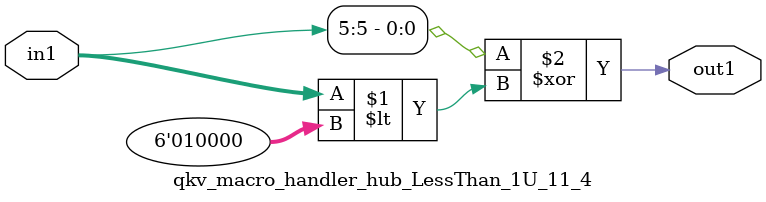
<source format=v>

`timescale 1ps / 1ps


module qkv_macro_handler_hub_LessThan_1U_11_4( in1, out1 );

    input [5:0] in1;
    output out1;

    
    // rtl_process:qkv_macro_handler_hub_LessThan_1U_11_4/qkv_macro_handler_hub_LessThan_1U_11_4_thread_1
    assign out1 = (in1[5] ^ in1 < 6'd16);

endmodule


</source>
